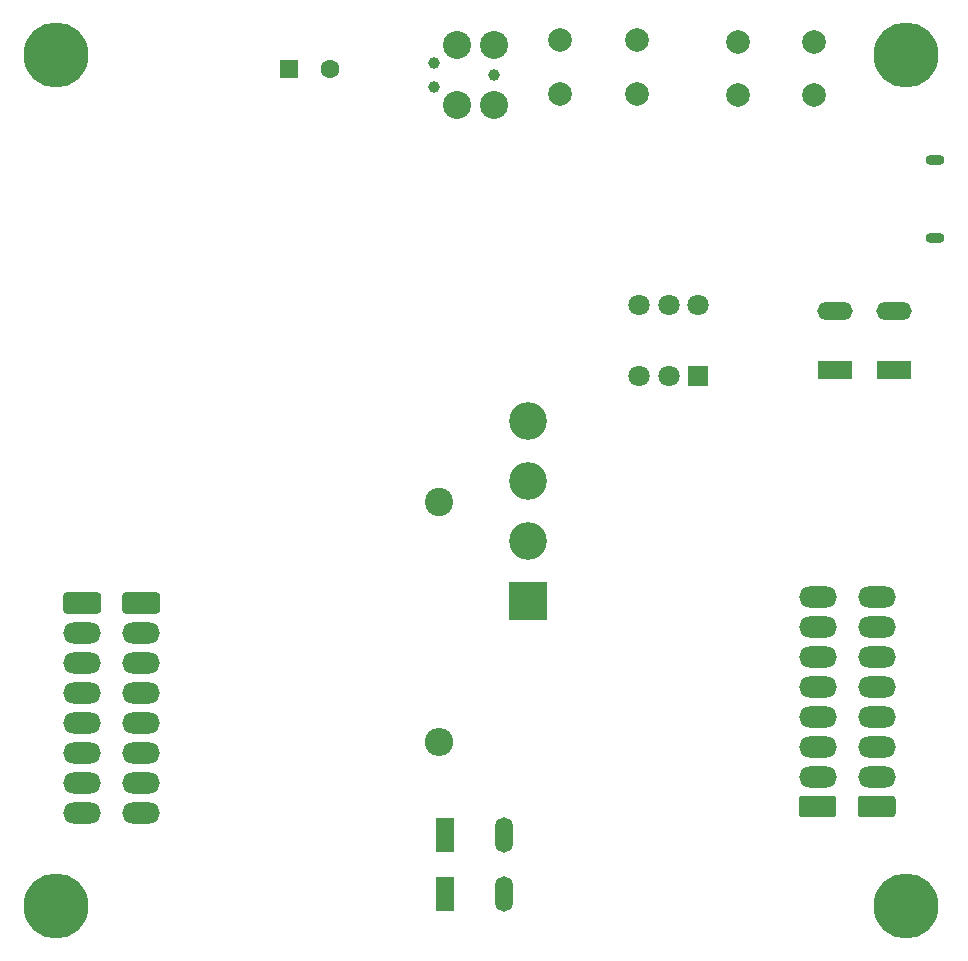
<source format=gbs>
G04 #@! TF.GenerationSoftware,KiCad,Pcbnew,8.0.8+1*
G04 #@! TF.CreationDate,2025-03-08T00:06:44+00:00*
G04 #@! TF.ProjectId,dcclicht,6463636c-6963-4687-942e-6b696361645f,rev?*
G04 #@! TF.SameCoordinates,Original*
G04 #@! TF.FileFunction,Soldermask,Bot*
G04 #@! TF.FilePolarity,Negative*
%FSLAX46Y46*%
G04 Gerber Fmt 4.6, Leading zero omitted, Abs format (unit mm)*
G04 Created by KiCad (PCBNEW 8.0.8+1) date 2025-03-08 00:06:44*
%MOMM*%
%LPD*%
G01*
G04 APERTURE LIST*
%ADD10C,5.500000*%
%ADD11R,1.800000X1.800000*%
%ADD12C,1.800000*%
%ADD13O,3.200000X1.800000*%
%ADD14R,1.600000X1.600000*%
%ADD15C,1.600000*%
%ADD16R,3.000000X1.500000*%
%ADD17O,3.000000X1.500000*%
%ADD18C,2.400000*%
%ADD19O,2.400000X2.400000*%
%ADD20C,2.000000*%
%ADD21C,2.374900*%
%ADD22C,0.990600*%
%ADD23O,1.600000X0.900000*%
%ADD24R,3.200000X3.200000*%
%ADD25C,3.200000*%
%ADD26R,1.500000X3.000000*%
%ADD27O,1.500000X3.000000*%
G04 APERTURE END LIST*
D10*
X114000000Y-64000000D03*
X186000000Y-136000000D03*
D11*
X168422500Y-91172500D03*
D12*
X165922500Y-91172500D03*
X163422500Y-91172500D03*
X168422500Y-85172500D03*
X165922500Y-85172500D03*
X163422500Y-85172500D03*
G36*
G01*
X119900000Y-109480000D02*
X122600000Y-109480000D01*
G75*
G02*
X122850000Y-109730000I0J-250000D01*
G01*
X122850000Y-111030000D01*
G75*
G02*
X122600000Y-111280000I-250000J0D01*
G01*
X119900000Y-111280000D01*
G75*
G02*
X119650000Y-111030000I0J250000D01*
G01*
X119650000Y-109730000D01*
G75*
G02*
X119900000Y-109480000I250000J0D01*
G01*
G37*
G36*
G01*
X114900000Y-109480000D02*
X117600000Y-109480000D01*
G75*
G02*
X117850000Y-109730000I0J-250000D01*
G01*
X117850000Y-111030000D01*
G75*
G02*
X117600000Y-111280000I-250000J0D01*
G01*
X114900000Y-111280000D01*
G75*
G02*
X114650000Y-111030000I0J250000D01*
G01*
X114650000Y-109730000D01*
G75*
G02*
X114900000Y-109480000I250000J0D01*
G01*
G37*
D13*
X121250000Y-112920000D03*
X116250000Y-112920000D03*
X121250000Y-115460000D03*
X116250000Y-115460000D03*
X121250000Y-118000000D03*
X116250000Y-118000000D03*
X121250000Y-120540000D03*
X116250000Y-120540000D03*
X121250000Y-123080000D03*
X116250000Y-123080000D03*
X121250000Y-125620000D03*
X116250000Y-125620000D03*
X121250000Y-128160000D03*
X116250000Y-128160000D03*
D14*
X133775000Y-65175000D03*
D15*
X137275000Y-65175000D03*
D16*
X180000000Y-90650000D03*
X185000000Y-90650000D03*
D17*
X180000000Y-85650000D03*
X185000000Y-85650000D03*
D18*
X146500000Y-101840000D03*
D19*
X146500000Y-122160000D03*
G36*
G01*
X179867960Y-128510000D02*
X177167960Y-128510000D01*
G75*
G02*
X176917960Y-128260000I0J250000D01*
G01*
X176917960Y-126960000D01*
G75*
G02*
X177167960Y-126710000I250000J0D01*
G01*
X179867960Y-126710000D01*
G75*
G02*
X180117960Y-126960000I0J-250000D01*
G01*
X180117960Y-128260000D01*
G75*
G02*
X179867960Y-128510000I-250000J0D01*
G01*
G37*
G36*
G01*
X184867960Y-128510000D02*
X182167960Y-128510000D01*
G75*
G02*
X181917960Y-128260000I0J250000D01*
G01*
X181917960Y-126960000D01*
G75*
G02*
X182167960Y-126710000I250000J0D01*
G01*
X184867960Y-126710000D01*
G75*
G02*
X185117960Y-126960000I0J-250000D01*
G01*
X185117960Y-128260000D01*
G75*
G02*
X184867960Y-128510000I-250000J0D01*
G01*
G37*
D13*
X178517960Y-125070000D03*
X183517960Y-125070000D03*
X178517960Y-122530000D03*
X183517960Y-122530000D03*
X178517960Y-119990000D03*
X183517960Y-119990000D03*
X178517960Y-117450000D03*
X183517960Y-117450000D03*
X178517960Y-114910000D03*
X183517960Y-114910000D03*
X178517960Y-112370000D03*
X183517960Y-112370000D03*
X178517960Y-109830000D03*
X183517960Y-109830000D03*
D10*
X114000000Y-136000000D03*
D20*
X171750000Y-62850000D03*
X178250000Y-62850000D03*
X171750000Y-67350000D03*
X178250000Y-67350000D03*
D10*
X186000000Y-64000000D03*
D21*
X151135000Y-68175000D03*
D22*
X151135000Y-65635000D03*
D21*
X151135000Y-63095000D03*
X147960000Y-68175000D03*
X147960000Y-63095000D03*
D22*
X146055000Y-66651000D03*
X146055000Y-64619000D03*
D20*
X156750000Y-62750000D03*
X163250000Y-62750000D03*
X156750000Y-67250000D03*
X163250000Y-67250000D03*
D23*
X188495000Y-79500000D03*
X188495000Y-72900000D03*
D24*
X154000000Y-110240000D03*
D25*
X154000000Y-105160000D03*
X154000000Y-100080000D03*
X154000000Y-95000000D03*
D26*
X147000000Y-130000000D03*
X147000000Y-135000000D03*
D27*
X152000000Y-130000000D03*
X152000000Y-135000000D03*
M02*

</source>
